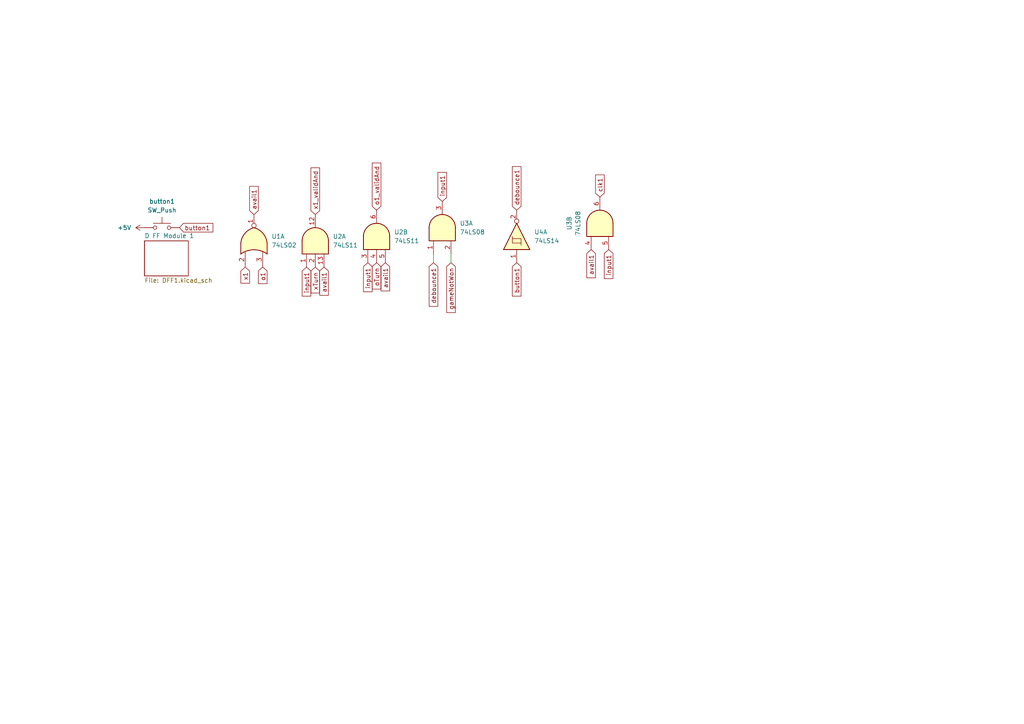
<source format=kicad_sch>
(kicad_sch
	(version 20250114)
	(generator "eeschema")
	(generator_version "9.0")
	(uuid "ecc926be-ca33-4adb-bca6-9f5bee590cbc")
	(paper "A4")
	(lib_symbols
		(symbol "74xx:74LS02"
			(pin_names
				(offset 1.016)
			)
			(exclude_from_sim no)
			(in_bom yes)
			(on_board yes)
			(property "Reference" "U"
				(at 0 1.27 0)
				(effects
					(font
						(size 1.27 1.27)
					)
				)
			)
			(property "Value" "74LS02"
				(at 0 -1.27 0)
				(effects
					(font
						(size 1.27 1.27)
					)
				)
			)
			(property "Footprint" ""
				(at 0 0 0)
				(effects
					(font
						(size 1.27 1.27)
					)
					(hide yes)
				)
			)
			(property "Datasheet" "http://www.ti.com/lit/gpn/sn74ls02"
				(at 0 0 0)
				(effects
					(font
						(size 1.27 1.27)
					)
					(hide yes)
				)
			)
			(property "Description" "quad 2-input NOR gate"
				(at 0 0 0)
				(effects
					(font
						(size 1.27 1.27)
					)
					(hide yes)
				)
			)
			(property "ki_locked" ""
				(at 0 0 0)
				(effects
					(font
						(size 1.27 1.27)
					)
				)
			)
			(property "ki_keywords" "TTL Nor2"
				(at 0 0 0)
				(effects
					(font
						(size 1.27 1.27)
					)
					(hide yes)
				)
			)
			(property "ki_fp_filters" "SO14* DIP*W7.62mm*"
				(at 0 0 0)
				(effects
					(font
						(size 1.27 1.27)
					)
					(hide yes)
				)
			)
			(symbol "74LS02_1_1"
				(arc
					(start -3.81 3.81)
					(mid -2.589 0)
					(end -3.81 -3.81)
					(stroke
						(width 0.254)
						(type default)
					)
					(fill
						(type none)
					)
				)
				(polyline
					(pts
						(xy -3.81 3.81) (xy -0.635 3.81)
					)
					(stroke
						(width 0.254)
						(type default)
					)
					(fill
						(type background)
					)
				)
				(polyline
					(pts
						(xy -3.81 -3.81) (xy -0.635 -3.81)
					)
					(stroke
						(width 0.254)
						(type default)
					)
					(fill
						(type background)
					)
				)
				(arc
					(start 3.81 0)
					(mid 2.1855 -2.584)
					(end -0.6096 -3.81)
					(stroke
						(width 0.254)
						(type default)
					)
					(fill
						(type background)
					)
				)
				(arc
					(start -0.6096 3.81)
					(mid 2.1928 2.5924)
					(end 3.81 0)
					(stroke
						(width 0.254)
						(type default)
					)
					(fill
						(type background)
					)
				)
				(polyline
					(pts
						(xy -0.635 3.81) (xy -3.81 3.81) (xy -3.81 3.81) (xy -3.556 3.4036) (xy -3.0226 2.2606) (xy -2.6924 1.0414)
						(xy -2.6162 -0.254) (xy -2.7686 -1.4986) (xy -3.175 -2.7178) (xy -3.81 -3.81) (xy -3.81 -3.81)
						(xy -0.635 -3.81)
					)
					(stroke
						(width -25.4)
						(type default)
					)
					(fill
						(type background)
					)
				)
				(pin input line
					(at -7.62 2.54 0)
					(length 4.318)
					(name "~"
						(effects
							(font
								(size 1.27 1.27)
							)
						)
					)
					(number "2"
						(effects
							(font
								(size 1.27 1.27)
							)
						)
					)
				)
				(pin input line
					(at -7.62 -2.54 0)
					(length 4.318)
					(name "~"
						(effects
							(font
								(size 1.27 1.27)
							)
						)
					)
					(number "3"
						(effects
							(font
								(size 1.27 1.27)
							)
						)
					)
				)
				(pin output inverted
					(at 7.62 0 180)
					(length 3.81)
					(name "~"
						(effects
							(font
								(size 1.27 1.27)
							)
						)
					)
					(number "1"
						(effects
							(font
								(size 1.27 1.27)
							)
						)
					)
				)
			)
			(symbol "74LS02_1_2"
				(arc
					(start 0 3.81)
					(mid 3.7934 0)
					(end 0 -3.81)
					(stroke
						(width 0.254)
						(type default)
					)
					(fill
						(type background)
					)
				)
				(polyline
					(pts
						(xy 0 3.81) (xy -3.81 3.81) (xy -3.81 -3.81) (xy 0 -3.81)
					)
					(stroke
						(width 0.254)
						(type default)
					)
					(fill
						(type background)
					)
				)
				(pin input inverted
					(at -7.62 2.54 0)
					(length 3.81)
					(name "~"
						(effects
							(font
								(size 1.27 1.27)
							)
						)
					)
					(number "2"
						(effects
							(font
								(size 1.27 1.27)
							)
						)
					)
				)
				(pin input inverted
					(at -7.62 -2.54 0)
					(length 3.81)
					(name "~"
						(effects
							(font
								(size 1.27 1.27)
							)
						)
					)
					(number "3"
						(effects
							(font
								(size 1.27 1.27)
							)
						)
					)
				)
				(pin output line
					(at 7.62 0 180)
					(length 3.81)
					(name "~"
						(effects
							(font
								(size 1.27 1.27)
							)
						)
					)
					(number "1"
						(effects
							(font
								(size 1.27 1.27)
							)
						)
					)
				)
			)
			(symbol "74LS02_2_1"
				(arc
					(start -3.81 3.81)
					(mid -2.589 0)
					(end -3.81 -3.81)
					(stroke
						(width 0.254)
						(type default)
					)
					(fill
						(type none)
					)
				)
				(polyline
					(pts
						(xy -3.81 3.81) (xy -0.635 3.81)
					)
					(stroke
						(width 0.254)
						(type default)
					)
					(fill
						(type background)
					)
				)
				(polyline
					(pts
						(xy -3.81 -3.81) (xy -0.635 -3.81)
					)
					(stroke
						(width 0.254)
						(type default)
					)
					(fill
						(type background)
					)
				)
				(arc
					(start 3.81 0)
					(mid 2.1855 -2.584)
					(end -0.6096 -3.81)
					(stroke
						(width 0.254)
						(type default)
					)
					(fill
						(type background)
					)
				)
				(arc
					(start -0.6096 3.81)
					(mid 2.1928 2.5924)
					(end 3.81 0)
					(stroke
						(width 0.254)
						(type default)
					)
					(fill
						(type background)
					)
				)
				(polyline
					(pts
						(xy -0.635 3.81) (xy -3.81 3.81) (xy -3.81 3.81) (xy -3.556 3.4036) (xy -3.0226 2.2606) (xy -2.6924 1.0414)
						(xy -2.6162 -0.254) (xy -2.7686 -1.4986) (xy -3.175 -2.7178) (xy -3.81 -3.81) (xy -3.81 -3.81)
						(xy -0.635 -3.81)
					)
					(stroke
						(width -25.4)
						(type default)
					)
					(fill
						(type background)
					)
				)
				(pin input line
					(at -7.62 2.54 0)
					(length 4.318)
					(name "~"
						(effects
							(font
								(size 1.27 1.27)
							)
						)
					)
					(number "5"
						(effects
							(font
								(size 1.27 1.27)
							)
						)
					)
				)
				(pin input line
					(at -7.62 -2.54 0)
					(length 4.318)
					(name "~"
						(effects
							(font
								(size 1.27 1.27)
							)
						)
					)
					(number "6"
						(effects
							(font
								(size 1.27 1.27)
							)
						)
					)
				)
				(pin output inverted
					(at 7.62 0 180)
					(length 3.81)
					(name "~"
						(effects
							(font
								(size 1.27 1.27)
							)
						)
					)
					(number "4"
						(effects
							(font
								(size 1.27 1.27)
							)
						)
					)
				)
			)
			(symbol "74LS02_2_2"
				(arc
					(start 0 3.81)
					(mid 3.7934 0)
					(end 0 -3.81)
					(stroke
						(width 0.254)
						(type default)
					)
					(fill
						(type background)
					)
				)
				(polyline
					(pts
						(xy 0 3.81) (xy -3.81 3.81) (xy -3.81 -3.81) (xy 0 -3.81)
					)
					(stroke
						(width 0.254)
						(type default)
					)
					(fill
						(type background)
					)
				)
				(pin input inverted
					(at -7.62 2.54 0)
					(length 3.81)
					(name "~"
						(effects
							(font
								(size 1.27 1.27)
							)
						)
					)
					(number "5"
						(effects
							(font
								(size 1.27 1.27)
							)
						)
					)
				)
				(pin input inverted
					(at -7.62 -2.54 0)
					(length 3.81)
					(name "~"
						(effects
							(font
								(size 1.27 1.27)
							)
						)
					)
					(number "6"
						(effects
							(font
								(size 1.27 1.27)
							)
						)
					)
				)
				(pin output line
					(at 7.62 0 180)
					(length 3.81)
					(name "~"
						(effects
							(font
								(size 1.27 1.27)
							)
						)
					)
					(number "4"
						(effects
							(font
								(size 1.27 1.27)
							)
						)
					)
				)
			)
			(symbol "74LS02_3_1"
				(arc
					(start -3.81 3.81)
					(mid -2.589 0)
					(end -3.81 -3.81)
					(stroke
						(width 0.254)
						(type default)
					)
					(fill
						(type none)
					)
				)
				(polyline
					(pts
						(xy -3.81 3.81) (xy -0.635 3.81)
					)
					(stroke
						(width 0.254)
						(type default)
					)
					(fill
						(type background)
					)
				)
				(polyline
					(pts
						(xy -3.81 -3.81) (xy -0.635 -3.81)
					)
					(stroke
						(width 0.254)
						(type default)
					)
					(fill
						(type background)
					)
				)
				(arc
					(start 3.81 0)
					(mid 2.1855 -2.584)
					(end -0.6096 -3.81)
					(stroke
						(width 0.254)
						(type default)
					)
					(fill
						(type background)
					)
				)
				(arc
					(start -0.6096 3.81)
					(mid 2.1928 2.5924)
					(end 3.81 0)
					(stroke
						(width 0.254)
						(type default)
					)
					(fill
						(type background)
					)
				)
				(polyline
					(pts
						(xy -0.635 3.81) (xy -3.81 3.81) (xy -3.81 3.81) (xy -3.556 3.4036) (xy -3.0226 2.2606) (xy -2.6924 1.0414)
						(xy -2.6162 -0.254) (xy -2.7686 -1.4986) (xy -3.175 -2.7178) (xy -3.81 -3.81) (xy -3.81 -3.81)
						(xy -0.635 -3.81)
					)
					(stroke
						(width -25.4)
						(type default)
					)
					(fill
						(type background)
					)
				)
				(pin input line
					(at -7.62 2.54 0)
					(length 4.318)
					(name "~"
						(effects
							(font
								(size 1.27 1.27)
							)
						)
					)
					(number "8"
						(effects
							(font
								(size 1.27 1.27)
							)
						)
					)
				)
				(pin input line
					(at -7.62 -2.54 0)
					(length 4.318)
					(name "~"
						(effects
							(font
								(size 1.27 1.27)
							)
						)
					)
					(number "9"
						(effects
							(font
								(size 1.27 1.27)
							)
						)
					)
				)
				(pin output inverted
					(at 7.62 0 180)
					(length 3.81)
					(name "~"
						(effects
							(font
								(size 1.27 1.27)
							)
						)
					)
					(number "10"
						(effects
							(font
								(size 1.27 1.27)
							)
						)
					)
				)
			)
			(symbol "74LS02_3_2"
				(arc
					(start 0 3.81)
					(mid 3.7934 0)
					(end 0 -3.81)
					(stroke
						(width 0.254)
						(type default)
					)
					(fill
						(type background)
					)
				)
				(polyline
					(pts
						(xy 0 3.81) (xy -3.81 3.81) (xy -3.81 -3.81) (xy 0 -3.81)
					)
					(stroke
						(width 0.254)
						(type default)
					)
					(fill
						(type background)
					)
				)
				(pin input inverted
					(at -7.62 2.54 0)
					(length 3.81)
					(name "~"
						(effects
							(font
								(size 1.27 1.27)
							)
						)
					)
					(number "8"
						(effects
							(font
								(size 1.27 1.27)
							)
						)
					)
				)
				(pin input inverted
					(at -7.62 -2.54 0)
					(length 3.81)
					(name "~"
						(effects
							(font
								(size 1.27 1.27)
							)
						)
					)
					(number "9"
						(effects
							(font
								(size 1.27 1.27)
							)
						)
					)
				)
				(pin output line
					(at 7.62 0 180)
					(length 3.81)
					(name "~"
						(effects
							(font
								(size 1.27 1.27)
							)
						)
					)
					(number "10"
						(effects
							(font
								(size 1.27 1.27)
							)
						)
					)
				)
			)
			(symbol "74LS02_4_1"
				(arc
					(start -3.81 3.81)
					(mid -2.589 0)
					(end -3.81 -3.81)
					(stroke
						(width 0.254)
						(type default)
					)
					(fill
						(type none)
					)
				)
				(polyline
					(pts
						(xy -3.81 3.81) (xy -0.635 3.81)
					)
					(stroke
						(width 0.254)
						(type default)
					)
					(fill
						(type background)
					)
				)
				(polyline
					(pts
						(xy -3.81 -3.81) (xy -0.635 -3.81)
					)
					(stroke
						(width 0.254)
						(type default)
					)
					(fill
						(type background)
					)
				)
				(arc
					(start 3.81 0)
					(mid 2.1855 -2.584)
					(end -0.6096 -3.81)
					(stroke
						(width 0.254)
						(type default)
					)
					(fill
						(type background)
					)
				)
				(arc
					(start -0.6096 3.81)
					(mid 2.1928 2.5924)
					(end 3.81 0)
					(stroke
						(width 0.254)
						(type default)
					)
					(fill
						(type background)
					)
				)
				(polyline
					(pts
						(xy -0.635 3.81) (xy -3.81 3.81) (xy -3.81 3.81) (xy -3.556 3.4036) (xy -3.0226 2.2606) (xy -2.6924 1.0414)
						(xy -2.6162 -0.254) (xy -2.7686 -1.4986) (xy -3.175 -2.7178) (xy -3.81 -3.81) (xy -3.81 -3.81)
						(xy -0.635 -3.81)
					)
					(stroke
						(width -25.4)
						(type default)
					)
					(fill
						(type background)
					)
				)
				(pin input line
					(at -7.62 2.54 0)
					(length 4.318)
					(name "~"
						(effects
							(font
								(size 1.27 1.27)
							)
						)
					)
					(number "11"
						(effects
							(font
								(size 1.27 1.27)
							)
						)
					)
				)
				(pin input line
					(at -7.62 -2.54 0)
					(length 4.318)
					(name "~"
						(effects
							(font
								(size 1.27 1.27)
							)
						)
					)
					(number "12"
						(effects
							(font
								(size 1.27 1.27)
							)
						)
					)
				)
				(pin output inverted
					(at 7.62 0 180)
					(length 3.81)
					(name "~"
						(effects
							(font
								(size 1.27 1.27)
							)
						)
					)
					(number "13"
						(effects
							(font
								(size 1.27 1.27)
							)
						)
					)
				)
			)
			(symbol "74LS02_4_2"
				(arc
					(start 0 3.81)
					(mid 3.7934 0)
					(end 0 -3.81)
					(stroke
						(width 0.254)
						(type default)
					)
					(fill
						(type background)
					)
				)
				(polyline
					(pts
						(xy 0 3.81) (xy -3.81 3.81) (xy -3.81 -3.81) (xy 0 -3.81)
					)
					(stroke
						(width 0.254)
						(type default)
					)
					(fill
						(type background)
					)
				)
				(pin input inverted
					(at -7.62 2.54 0)
					(length 3.81)
					(name "~"
						(effects
							(font
								(size 1.27 1.27)
							)
						)
					)
					(number "11"
						(effects
							(font
								(size 1.27 1.27)
							)
						)
					)
				)
				(pin input inverted
					(at -7.62 -2.54 0)
					(length 3.81)
					(name "~"
						(effects
							(font
								(size 1.27 1.27)
							)
						)
					)
					(number "12"
						(effects
							(font
								(size 1.27 1.27)
							)
						)
					)
				)
				(pin output line
					(at 7.62 0 180)
					(length 3.81)
					(name "~"
						(effects
							(font
								(size 1.27 1.27)
							)
						)
					)
					(number "13"
						(effects
							(font
								(size 1.27 1.27)
							)
						)
					)
				)
			)
			(symbol "74LS02_5_0"
				(pin power_in line
					(at 0 12.7 270)
					(length 5.08)
					(name "VCC"
						(effects
							(font
								(size 1.27 1.27)
							)
						)
					)
					(number "14"
						(effects
							(font
								(size 1.27 1.27)
							)
						)
					)
				)
				(pin power_in line
					(at 0 -12.7 90)
					(length 5.08)
					(name "GND"
						(effects
							(font
								(size 1.27 1.27)
							)
						)
					)
					(number "7"
						(effects
							(font
								(size 1.27 1.27)
							)
						)
					)
				)
			)
			(symbol "74LS02_5_1"
				(rectangle
					(start -5.08 7.62)
					(end 5.08 -7.62)
					(stroke
						(width 0.254)
						(type default)
					)
					(fill
						(type background)
					)
				)
			)
			(embedded_fonts no)
		)
		(symbol "74xx:74LS08"
			(pin_names
				(offset 1.016)
			)
			(exclude_from_sim no)
			(in_bom yes)
			(on_board yes)
			(property "Reference" "U"
				(at 0 1.27 0)
				(effects
					(font
						(size 1.27 1.27)
					)
				)
			)
			(property "Value" "74LS08"
				(at 0 -1.27 0)
				(effects
					(font
						(size 1.27 1.27)
					)
				)
			)
			(property "Footprint" ""
				(at 0 0 0)
				(effects
					(font
						(size 1.27 1.27)
					)
					(hide yes)
				)
			)
			(property "Datasheet" "http://www.ti.com/lit/gpn/sn74LS08"
				(at 0 0 0)
				(effects
					(font
						(size 1.27 1.27)
					)
					(hide yes)
				)
			)
			(property "Description" "Quad And2"
				(at 0 0 0)
				(effects
					(font
						(size 1.27 1.27)
					)
					(hide yes)
				)
			)
			(property "ki_locked" ""
				(at 0 0 0)
				(effects
					(font
						(size 1.27 1.27)
					)
				)
			)
			(property "ki_keywords" "TTL and2"
				(at 0 0 0)
				(effects
					(font
						(size 1.27 1.27)
					)
					(hide yes)
				)
			)
			(property "ki_fp_filters" "DIP*W7.62mm*"
				(at 0 0 0)
				(effects
					(font
						(size 1.27 1.27)
					)
					(hide yes)
				)
			)
			(symbol "74LS08_1_1"
				(arc
					(start 0 3.81)
					(mid 3.7934 0)
					(end 0 -3.81)
					(stroke
						(width 0.254)
						(type default)
					)
					(fill
						(type background)
					)
				)
				(polyline
					(pts
						(xy 0 3.81) (xy -3.81 3.81) (xy -3.81 -3.81) (xy 0 -3.81)
					)
					(stroke
						(width 0.254)
						(type default)
					)
					(fill
						(type background)
					)
				)
				(pin input line
					(at -7.62 2.54 0)
					(length 3.81)
					(name "~"
						(effects
							(font
								(size 1.27 1.27)
							)
						)
					)
					(number "1"
						(effects
							(font
								(size 1.27 1.27)
							)
						)
					)
				)
				(pin input line
					(at -7.62 -2.54 0)
					(length 3.81)
					(name "~"
						(effects
							(font
								(size 1.27 1.27)
							)
						)
					)
					(number "2"
						(effects
							(font
								(size 1.27 1.27)
							)
						)
					)
				)
				(pin output line
					(at 7.62 0 180)
					(length 3.81)
					(name "~"
						(effects
							(font
								(size 1.27 1.27)
							)
						)
					)
					(number "3"
						(effects
							(font
								(size 1.27 1.27)
							)
						)
					)
				)
			)
			(symbol "74LS08_1_2"
				(arc
					(start -3.81 3.81)
					(mid -2.589 0)
					(end -3.81 -3.81)
					(stroke
						(width 0.254)
						(type default)
					)
					(fill
						(type none)
					)
				)
				(polyline
					(pts
						(xy -3.81 3.81) (xy -0.635 3.81)
					)
					(stroke
						(width 0.254)
						(type default)
					)
					(fill
						(type background)
					)
				)
				(polyline
					(pts
						(xy -3.81 -3.81) (xy -0.635 -3.81)
					)
					(stroke
						(width 0.254)
						(type default)
					)
					(fill
						(type background)
					)
				)
				(arc
					(start 3.81 0)
					(mid 2.1855 -2.584)
					(end -0.6096 -3.81)
					(stroke
						(width 0.254)
						(type default)
					)
					(fill
						(type background)
					)
				)
				(arc
					(start -0.6096 3.81)
					(mid 2.1928 2.5924)
					(end 3.81 0)
					(stroke
						(width 0.254)
						(type default)
					)
					(fill
						(type background)
					)
				)
				(polyline
					(pts
						(xy -0.635 3.81) (xy -3.81 3.81) (xy -3.81 3.81) (xy -3.556 3.4036) (xy -3.0226 2.2606) (xy -2.6924 1.0414)
						(xy -2.6162 -0.254) (xy -2.7686 -1.4986) (xy -3.175 -2.7178) (xy -3.81 -3.81) (xy -3.81 -3.81)
						(xy -0.635 -3.81)
					)
					(stroke
						(width -25.4)
						(type default)
					)
					(fill
						(type background)
					)
				)
				(pin input inverted
					(at -7.62 2.54 0)
					(length 4.318)
					(name "~"
						(effects
							(font
								(size 1.27 1.27)
							)
						)
					)
					(number "1"
						(effects
							(font
								(size 1.27 1.27)
							)
						)
					)
				)
				(pin input inverted
					(at -7.62 -2.54 0)
					(length 4.318)
					(name "~"
						(effects
							(font
								(size 1.27 1.27)
							)
						)
					)
					(number "2"
						(effects
							(font
								(size 1.27 1.27)
							)
						)
					)
				)
				(pin output inverted
					(at 7.62 0 180)
					(length 3.81)
					(name "~"
						(effects
							(font
								(size 1.27 1.27)
							)
						)
					)
					(number "3"
						(effects
							(font
								(size 1.27 1.27)
							)
						)
					)
				)
			)
			(symbol "74LS08_2_1"
				(arc
					(start 0 3.81)
					(mid 3.7934 0)
					(end 0 -3.81)
					(stroke
						(width 0.254)
						(type default)
					)
					(fill
						(type background)
					)
				)
				(polyline
					(pts
						(xy 0 3.81) (xy -3.81 3.81) (xy -3.81 -3.81) (xy 0 -3.81)
					)
					(stroke
						(width 0.254)
						(type default)
					)
					(fill
						(type background)
					)
				)
				(pin input line
					(at -7.62 2.54 0)
					(length 3.81)
					(name "~"
						(effects
							(font
								(size 1.27 1.27)
							)
						)
					)
					(number "4"
						(effects
							(font
								(size 1.27 1.27)
							)
						)
					)
				)
				(pin input line
					(at -7.62 -2.54 0)
					(length 3.81)
					(name "~"
						(effects
							(font
								(size 1.27 1.27)
							)
						)
					)
					(number "5"
						(effects
							(font
								(size 1.27 1.27)
							)
						)
					)
				)
				(pin output line
					(at 7.62 0 180)
					(length 3.81)
					(name "~"
						(effects
							(font
								(size 1.27 1.27)
							)
						)
					)
					(number "6"
						(effects
							(font
								(size 1.27 1.27)
							)
						)
					)
				)
			)
			(symbol "74LS08_2_2"
				(arc
					(start -3.81 3.81)
					(mid -2.589 0)
					(end -3.81 -3.81)
					(stroke
						(width 0.254)
						(type default)
					)
					(fill
						(type none)
					)
				)
				(polyline
					(pts
						(xy -3.81 3.81) (xy -0.635 3.81)
					)
					(stroke
						(width 0.254)
						(type default)
					)
					(fill
						(type background)
					)
				)
				(polyline
					(pts
						(xy -3.81 -3.81) (xy -0.635 -3.81)
					)
					(stroke
						(width 0.254)
						(type default)
					)
					(fill
						(type background)
					)
				)
				(arc
					(start 3.81 0)
					(mid 2.1855 -2.584)
					(end -0.6096 -3.81)
					(stroke
						(width 0.254)
						(type default)
					)
					(fill
						(type background)
					)
				)
				(arc
					(start -0.6096 3.81)
					(mid 2.1928 2.5924)
					(end 3.81 0)
					(stroke
						(width 0.254)
						(type default)
					)
					(fill
						(type background)
					)
				)
				(polyline
					(pts
						(xy -0.635 3.81) (xy -3.81 3.81) (xy -3.81 3.81) (xy -3.556 3.4036) (xy -3.0226 2.2606) (xy -2.6924 1.0414)
						(xy -2.6162 -0.254) (xy -2.7686 -1.4986) (xy -3.175 -2.7178) (xy -3.81 -3.81) (xy -3.81 -3.81)
						(xy -0.635 -3.81)
					)
					(stroke
						(width -25.4)
						(type default)
					)
					(fill
						(type background)
					)
				)
				(pin input inverted
					(at -7.62 2.54 0)
					(length 4.318)
					(name "~"
						(effects
							(font
								(size 1.27 1.27)
							)
						)
					)
					(number "4"
						(effects
							(font
								(size 1.27 1.27)
							)
						)
					)
				)
				(pin input inverted
					(at -7.62 -2.54 0)
					(length 4.318)
					(name "~"
						(effects
							(font
								(size 1.27 1.27)
							)
						)
					)
					(number "5"
						(effects
							(font
								(size 1.27 1.27)
							)
						)
					)
				)
				(pin output inverted
					(at 7.62 0 180)
					(length 3.81)
					(name "~"
						(effects
							(font
								(size 1.27 1.27)
							)
						)
					)
					(number "6"
						(effects
							(font
								(size 1.27 1.27)
							)
						)
					)
				)
			)
			(symbol "74LS08_3_1"
				(arc
					(start 0 3.81)
					(mid 3.7934 0)
					(end 0 -3.81)
					(stroke
						(width 0.254)
						(type default)
					)
					(fill
						(type background)
					)
				)
				(polyline
					(pts
						(xy 0 3.81) (xy -3.81 3.81) (xy -3.81 -3.81) (xy 0 -3.81)
					)
					(stroke
						(width 0.254)
						(type default)
					)
					(fill
						(type background)
					)
				)
				(pin input line
					(at -7.62 2.54 0)
					(length 3.81)
					(name "~"
						(effects
							(font
								(size 1.27 1.27)
							)
						)
					)
					(number "9"
						(effects
							(font
								(size 1.27 1.27)
							)
						)
					)
				)
				(pin input line
					(at -7.62 -2.54 0)
					(length 3.81)
					(name "~"
						(effects
							(font
								(size 1.27 1.27)
							)
						)
					)
					(number "10"
						(effects
							(font
								(size 1.27 1.27)
							)
						)
					)
				)
				(pin output line
					(at 7.62 0 180)
					(length 3.81)
					(name "~"
						(effects
							(font
								(size 1.27 1.27)
							)
						)
					)
					(number "8"
						(effects
							(font
								(size 1.27 1.27)
							)
						)
					)
				)
			)
			(symbol "74LS08_3_2"
				(arc
					(start -3.81 3.81)
					(mid -2.589 0)
					(end -3.81 -3.81)
					(stroke
						(width 0.254)
						(type default)
					)
					(fill
						(type none)
					)
				)
				(polyline
					(pts
						(xy -3.81 3.81) (xy -0.635 3.81)
					)
					(stroke
						(width 0.254)
						(type default)
					)
					(fill
						(type background)
					)
				)
				(polyline
					(pts
						(xy -3.81 -3.81) (xy -0.635 -3.81)
					)
					(stroke
						(width 0.254)
						(type default)
					)
					(fill
						(type background)
					)
				)
				(arc
					(start 3.81 0)
					(mid 2.1855 -2.584)
					(end -0.6096 -3.81)
					(stroke
						(width 0.254)
						(type default)
					)
					(fill
						(type background)
					)
				)
				(arc
					(start -0.6096 3.81)
					(mid 2.1928 2.5924)
					(end 3.81 0)
					(stroke
						(width 0.254)
						(type default)
					)
					(fill
						(type background)
					)
				)
				(polyline
					(pts
						(xy -0.635 3.81) (xy -3.81 3.81) (xy -3.81 3.81) (xy -3.556 3.4036) (xy -3.0226 2.2606) (xy -2.6924 1.0414)
						(xy -2.6162 -0.254) (xy -2.7686 -1.4986) (xy -3.175 -2.7178) (xy -3.81 -3.81) (xy -3.81 -3.81)
						(xy -0.635 -3.81)
					)
					(stroke
						(width -25.4)
						(type default)
					)
					(fill
						(type background)
					)
				)
				(pin input inverted
					(at -7.62 2.54 0)
					(length 4.318)
					(name "~"
						(effects
							(font
								(size 1.27 1.27)
							)
						)
					)
					(number "9"
						(effects
							(font
								(size 1.27 1.27)
							)
						)
					)
				)
				(pin input inverted
					(at -7.62 -2.54 0)
					(length 4.318)
					(name "~"
						(effects
							(font
								(size 1.27 1.27)
							)
						)
					)
					(number "10"
						(effects
							(font
								(size 1.27 1.27)
							)
						)
					)
				)
				(pin output inverted
					(at 7.62 0 180)
					(length 3.81)
					(name "~"
						(effects
							(font
								(size 1.27 1.27)
							)
						)
					)
					(number "8"
						(effects
							(font
								(size 1.27 1.27)
							)
						)
					)
				)
			)
			(symbol "74LS08_4_1"
				(arc
					(start 0 3.81)
					(mid 3.7934 0)
					(end 0 -3.81)
					(stroke
						(width 0.254)
						(type default)
					)
					(fill
						(type background)
					)
				)
				(polyline
					(pts
						(xy 0 3.81) (xy -3.81 3.81) (xy -3.81 -3.81) (xy 0 -3.81)
					)
					(stroke
						(width 0.254)
						(type default)
					)
					(fill
						(type background)
					)
				)
				(pin input line
					(at -7.62 2.54 0)
					(length 3.81)
					(name "~"
						(effects
							(font
								(size 1.27 1.27)
							)
						)
					)
					(number "12"
						(effects
							(font
								(size 1.27 1.27)
							)
						)
					)
				)
				(pin input line
					(at -7.62 -2.54 0)
					(length 3.81)
					(name "~"
						(effects
							(font
								(size 1.27 1.27)
							)
						)
					)
					(number "13"
						(effects
							(font
								(size 1.27 1.27)
							)
						)
					)
				)
				(pin output line
					(at 7.62 0 180)
					(length 3.81)
					(name "~"
						(effects
							(font
								(size 1.27 1.27)
							)
						)
					)
					(number "11"
						(effects
							(font
								(size 1.27 1.27)
							)
						)
					)
				)
			)
			(symbol "74LS08_4_2"
				(arc
					(start -3.81 3.81)
					(mid -2.589 0)
					(end -3.81 -3.81)
					(stroke
						(width 0.254)
						(type default)
					)
					(fill
						(type none)
					)
				)
				(polyline
					(pts
						(xy -3.81 3.81) (xy -0.635 3.81)
					)
					(stroke
						(width 0.254)
						(type default)
					)
					(fill
						(type background)
					)
				)
				(polyline
					(pts
						(xy -3.81 -3.81) (xy -0.635 -3.81)
					)
					(stroke
						(width 0.254)
						(type default)
					)
					(fill
						(type background)
					)
				)
				(arc
					(start 3.81 0)
					(mid 2.1855 -2.584)
					(end -0.6096 -3.81)
					(stroke
						(width 0.254)
						(type default)
					)
					(fill
						(type background)
					)
				)
				(arc
					(start -0.6096 3.81)
					(mid 2.1928 2.5924)
					(end 3.81 0)
					(stroke
						(width 0.254)
						(type default)
					)
					(fill
						(type background)
					)
				)
				(polyline
					(pts
						(xy -0.635 3.81) (xy -3.81 3.81) (xy -3.81 3.81) (xy -3.556 3.4036) (xy -3.0226 2.2606) (xy -2.6924 1.0414)
						(xy -2.6162 -0.254) (xy -2.7686 -1.4986) (xy -3.175 -2.7178) (xy -3.81 -3.81) (xy -3.81 -3.81)
						(xy -0.635 -3.81)
					)
					(stroke
						(width -25.4)
						(type default)
					)
					(fill
						(type background)
					)
				)
				(pin input inverted
					(at -7.62 2.54 0)
					(length 4.318)
					(name "~"
						(effects
							(font
								(size 1.27 1.27)
							)
						)
					)
					(number "12"
						(effects
							(font
								(size 1.27 1.27)
							)
						)
					)
				)
				(pin input inverted
					(at -7.62 -2.54 0)
					(length 4.318)
					(name "~"
						(effects
							(font
								(size 1.27 1.27)
							)
						)
					)
					(number "13"
						(effects
							(font
								(size 1.27 1.27)
							)
						)
					)
				)
				(pin output inverted
					(at 7.62 0 180)
					(length 3.81)
					(name "~"
						(effects
							(font
								(size 1.27 1.27)
							)
						)
					)
					(number "11"
						(effects
							(font
								(size 1.27 1.27)
							)
						)
					)
				)
			)
			(symbol "74LS08_5_0"
				(pin power_in line
					(at 0 12.7 270)
					(length 5.08)
					(name "VCC"
						(effects
							(font
								(size 1.27 1.27)
							)
						)
					)
					(number "14"
						(effects
							(font
								(size 1.27 1.27)
							)
						)
					)
				)
				(pin power_in line
					(at 0 -12.7 90)
					(length 5.08)
					(name "GND"
						(effects
							(font
								(size 1.27 1.27)
							)
						)
					)
					(number "7"
						(effects
							(font
								(size 1.27 1.27)
							)
						)
					)
				)
			)
			(symbol "74LS08_5_1"
				(rectangle
					(start -5.08 7.62)
					(end 5.08 -7.62)
					(stroke
						(width 0.254)
						(type default)
					)
					(fill
						(type background)
					)
				)
			)
			(embedded_fonts no)
		)
		(symbol "74xx:74LS11"
			(pin_names
				(offset 1.016)
			)
			(exclude_from_sim no)
			(in_bom yes)
			(on_board yes)
			(property "Reference" "U"
				(at 0 1.27 0)
				(effects
					(font
						(size 1.27 1.27)
					)
				)
			)
			(property "Value" "74LS11"
				(at 0 -1.27 0)
				(effects
					(font
						(size 1.27 1.27)
					)
				)
			)
			(property "Footprint" ""
				(at 0 0 0)
				(effects
					(font
						(size 1.27 1.27)
					)
					(hide yes)
				)
			)
			(property "Datasheet" "http://www.ti.com/lit/gpn/sn74LS11"
				(at 0 0 0)
				(effects
					(font
						(size 1.27 1.27)
					)
					(hide yes)
				)
			)
			(property "Description" "Triple 3-input AND"
				(at 0 0 0)
				(effects
					(font
						(size 1.27 1.27)
					)
					(hide yes)
				)
			)
			(property "ki_locked" ""
				(at 0 0 0)
				(effects
					(font
						(size 1.27 1.27)
					)
				)
			)
			(property "ki_keywords" "TTL And3"
				(at 0 0 0)
				(effects
					(font
						(size 1.27 1.27)
					)
					(hide yes)
				)
			)
			(property "ki_fp_filters" "DIP*W7.62mm*"
				(at 0 0 0)
				(effects
					(font
						(size 1.27 1.27)
					)
					(hide yes)
				)
			)
			(symbol "74LS11_1_1"
				(arc
					(start 0 3.81)
					(mid 3.7934 0)
					(end 0 -3.81)
					(stroke
						(width 0.254)
						(type default)
					)
					(fill
						(type background)
					)
				)
				(polyline
					(pts
						(xy 0 3.81) (xy -3.81 3.81) (xy -3.81 -3.81) (xy 0 -3.81)
					)
					(stroke
						(width 0.254)
						(type default)
					)
					(fill
						(type background)
					)
				)
				(pin input line
					(at -7.62 2.54 0)
					(length 3.81)
					(name "~"
						(effects
							(font
								(size 1.27 1.27)
							)
						)
					)
					(number "1"
						(effects
							(font
								(size 1.27 1.27)
							)
						)
					)
				)
				(pin input line
					(at -7.62 0 0)
					(length 3.81)
					(name "~"
						(effects
							(font
								(size 1.27 1.27)
							)
						)
					)
					(number "2"
						(effects
							(font
								(size 1.27 1.27)
							)
						)
					)
				)
				(pin input line
					(at -7.62 -2.54 0)
					(length 3.81)
					(name "~"
						(effects
							(font
								(size 1.27 1.27)
							)
						)
					)
					(number "13"
						(effects
							(font
								(size 1.27 1.27)
							)
						)
					)
				)
				(pin output line
					(at 7.62 0 180)
					(length 3.81)
					(name "~"
						(effects
							(font
								(size 1.27 1.27)
							)
						)
					)
					(number "12"
						(effects
							(font
								(size 1.27 1.27)
							)
						)
					)
				)
			)
			(symbol "74LS11_1_2"
				(arc
					(start -3.81 3.81)
					(mid -2.589 0)
					(end -3.81 -3.81)
					(stroke
						(width 0.254)
						(type default)
					)
					(fill
						(type none)
					)
				)
				(polyline
					(pts
						(xy -3.81 3.81) (xy -0.635 3.81)
					)
					(stroke
						(width 0.254)
						(type default)
					)
					(fill
						(type background)
					)
				)
				(polyline
					(pts
						(xy -3.81 -3.81) (xy -0.635 -3.81)
					)
					(stroke
						(width 0.254)
						(type default)
					)
					(fill
						(type background)
					)
				)
				(arc
					(start 3.81 0)
					(mid 2.1855 -2.584)
					(end -0.6096 -3.81)
					(stroke
						(width 0.254)
						(type default)
					)
					(fill
						(type background)
					)
				)
				(arc
					(start -0.6096 3.81)
					(mid 2.1928 2.5924)
					(end 3.81 0)
					(stroke
						(width 0.254)
						(type default)
					)
					(fill
						(type background)
					)
				)
				(polyline
					(pts
						(xy -0.635 3.81) (xy -3.81 3.81) (xy -3.81 3.81) (xy -3.556 3.4036) (xy -3.0226 2.2606) (xy -2.6924 1.0414)
						(xy -2.6162 -0.254) (xy -2.7686 -1.4986) (xy -3.175 -2.7178) (xy -3.81 -3.81) (xy -3.81 -3.81)
						(xy -0.635 -3.81)
					)
					(stroke
						(width -25.4)
						(type default)
					)
					(fill
						(type background)
					)
				)
				(pin input inverted
					(at -7.62 2.54 0)
					(length 4.318)
					(name "~"
						(effects
							(font
								(size 1.27 1.27)
							)
						)
					)
					(number "1"
						(effects
							(font
								(size 1.27 1.27)
							)
						)
					)
				)
				(pin input inverted
					(at -7.62 0 0)
					(length 4.953)
					(name "~"
						(effects
							(font
								(size 1.27 1.27)
							)
						)
					)
					(number "2"
						(effects
							(font
								(size 1.27 1.27)
							)
						)
					)
				)
				(pin input inverted
					(at -7.62 -2.54 0)
					(length 4.318)
					(name "~"
						(effects
							(font
								(size 1.27 1.27)
							)
						)
					)
					(number "13"
						(effects
							(font
								(size 1.27 1.27)
							)
						)
					)
				)
				(pin output inverted
					(at 7.62 0 180)
					(length 3.81)
					(name "~"
						(effects
							(font
								(size 1.27 1.27)
							)
						)
					)
					(number "12"
						(effects
							(font
								(size 1.27 1.27)
							)
						)
					)
				)
			)
			(symbol "74LS11_2_1"
				(arc
					(start 0 3.81)
					(mid 3.7934 0)
					(end 0 -3.81)
					(stroke
						(width 0.254)
						(type default)
					)
					(fill
						(type background)
					)
				)
				(polyline
					(pts
						(xy 0 3.81) (xy -3.81 3.81) (xy -3.81 -3.81) (xy 0 -3.81)
					)
					(stroke
						(width 0.254)
						(type default)
					)
					(fill
						(type background)
					)
				)
				(pin input line
					(at -7.62 2.54 0)
					(length 3.81)
					(name "~"
						(effects
							(font
								(size 1.27 1.27)
							)
						)
					)
					(number "3"
						(effects
							(font
								(size 1.27 1.27)
							)
						)
					)
				)
				(pin input line
					(at -7.62 0 0)
					(length 3.81)
					(name "~"
						(effects
							(font
								(size 1.27 1.27)
							)
						)
					)
					(number "4"
						(effects
							(font
								(size 1.27 1.27)
							)
						)
					)
				)
				(pin input line
					(at -7.62 -2.54 0)
					(length 3.81)
					(name "~"
						(effects
							(font
								(size 1.27 1.27)
							)
						)
					)
					(number "5"
						(effects
							(font
								(size 1.27 1.27)
							)
						)
					)
				)
				(pin output line
					(at 7.62 0 180)
					(length 3.81)
					(name "~"
						(effects
							(font
								(size 1.27 1.27)
							)
						)
					)
					(number "6"
						(effects
							(font
								(size 1.27 1.27)
							)
						)
					)
				)
			)
			(symbol "74LS11_2_2"
				(arc
					(start -3.81 3.81)
					(mid -2.589 0)
					(end -3.81 -3.81)
					(stroke
						(width 0.254)
						(type default)
					)
					(fill
						(type none)
					)
				)
				(polyline
					(pts
						(xy -3.81 3.81) (xy -0.635 3.81)
					)
					(stroke
						(width 0.254)
						(type default)
					)
					(fill
						(type background)
					)
				)
				(polyline
					(pts
						(xy -3.81 -3.81) (xy -0.635 -3.81)
					)
					(stroke
						(width 0.254)
						(type default)
					)
					(fill
						(type background)
					)
				)
				(arc
					(start 3.81 0)
					(mid 2.1855 -2.584)
					(end -0.6096 -3.81)
					(stroke
						(width 0.254)
						(type default)
					)
					(fill
						(type background)
					)
				)
				(arc
					(start -0.6096 3.81)
					(mid 2.1928 2.5924)
					(end 3.81 0)
					(stroke
						(width 0.254)
						(type default)
					)
					(fill
						(type background)
					)
				)
				(polyline
					(pts
						(xy -0.635 3.81) (xy -3.81 3.81) (xy -3.81 3.81) (xy -3.556 3.4036) (xy -3.0226 2.2606) (xy -2.6924 1.0414)
						(xy -2.6162 -0.254) (xy -2.7686 -1.4986) (xy -3.175 -2.7178) (xy -3.81 -3.81) (xy -3.81 -3.81)
						(xy -0.635 -3.81)
					)
					(stroke
						(width -25.4)
						(type default)
					)
					(fill
						(type background)
					)
				)
				(pin input inverted
					(at -7.62 2.54 0)
					(length 4.318)
					(name "~"
						(effects
							(font
								(size 1.27 1.27)
							)
						)
					)
					(number "3"
						(effects
							(font
								(size 1.27 1.27)
							)
						)
					)
				)
				(pin input inverted
					(at -7.62 0 0)
					(length 4.953)
					(name "~"
						(effects
							(font
								(size 1.27 1.27)
							)
						)
					)
					(number "4"
						(effects
							(font
								(size 1.27 1.27)
							)
						)
					)
				)
				(pin input inverted
					(at -7.62 -2.54 0)
					(length 4.318)
					(name "~"
						(effects
							(font
								(size 1.27 1.27)
							)
						)
					)
					(number "5"
						(effects
							(font
								(size 1.27 1.27)
							)
						)
					)
				)
				(pin output inverted
					(at 7.62 0 180)
					(length 3.81)
					(name "~"
						(effects
							(font
								(size 1.27 1.27)
							)
						)
					)
					(number "6"
						(effects
							(font
								(size 1.27 1.27)
							)
						)
					)
				)
			)
			(symbol "74LS11_3_1"
				(arc
					(start 0 3.81)
					(mid 3.7934 0)
					(end 0 -3.81)
					(stroke
						(width 0.254)
						(type default)
					)
					(fill
						(type background)
					)
				)
				(polyline
					(pts
						(xy 0 3.81) (xy -3.81 3.81) (xy -3.81 -3.81) (xy 0 -3.81)
					)
					(stroke
						(width 0.254)
						(type default)
					)
					(fill
						(type background)
					)
				)
				(pin input line
					(at -7.62 2.54 0)
					(length 3.81)
					(name "~"
						(effects
							(font
								(size 1.27 1.27)
							)
						)
					)
					(number "9"
						(effects
							(font
								(size 1.27 1.27)
							)
						)
					)
				)
				(pin input line
					(at -7.62 0 0)
					(length 3.81)
					(name "~"
						(effects
							(font
								(size 1.27 1.27)
							)
						)
					)
					(number "10"
						(effects
							(font
								(size 1.27 1.27)
							)
						)
					)
				)
				(pin input line
					(at -7.62 -2.54 0)
					(length 3.81)
					(name "~"
						(effects
							(font
								(size 1.27 1.27)
							)
						)
					)
					(number "11"
						(effects
							(font
								(size 1.27 1.27)
							)
						)
					)
				)
				(pin output line
					(at 7.62 0 180)
					(length 3.81)
					(name "~"
						(effects
							(font
								(size 1.27 1.27)
							)
						)
					)
					(number "8"
						(effects
							(font
								(size 1.27 1.27)
							)
						)
					)
				)
			)
			(symbol "74LS11_3_2"
				(arc
					(start -3.81 3.81)
					(mid -2.589 0)
					(end -3.81 -3.81)
					(stroke
						(width 0.254)
						(type default)
					)
					(fill
						(type none)
					)
				)
				(polyline
					(pts
						(xy -3.81 3.81) (xy -0.635 3.81)
					)
					(stroke
						(width 0.254)
						(type default)
					)
					(fill
						(type background)
					)
				)
				(polyline
					(pts
						(xy -3.81 -3.81) (xy -0.635 -3.81)
					)
					(stroke
						(width 0.254)
						(type default)
					)
					(fill
						(type background)
					)
				)
				(arc
					(start 3.81 0)
					(mid 2.1855 -2.584)
					(end -0.6096 -3.81)
					(stroke
						(width 0.254)
						(type default)
					)
					(fill
						(type background)
					)
				)
				(arc
					(start -0.6096 3.81)
					(mid 2.1928 2.5924)
					(end 3.81 0)
					(stroke
						(width 0.254)
						(type default)
					)
					(fill
						(type background)
					)
				)
				(polyline
					(pts
						(xy -0.635 3.81) (xy -3.81 3.81) (xy -3.81 3.81) (xy -3.556 3.4036) (xy -3.0226 2.2606) (xy -2.6924 1.0414)
						(xy -2.6162 -0.254) (xy -2.7686 -1.4986) (xy -3.175 -2.7178) (xy -3.81 -3.81) (xy -3.81 -3.81)
						(xy -0.635 -3.81)
					)
					(stroke
						(width -25.4)
						(type default)
					)
					(fill
						(type background)
					)
				)
				(pin input inverted
					(at -7.62 2.54 0)
					(length 4.318)
					(name "~"
						(effects
							(font
								(size 1.27 1.27)
							)
						)
					)
					(number "9"
						(effects
							(font
								(size 1.27 1.27)
							)
						)
					)
				)
				(pin input inverted
					(at -7.62 0 0)
					(length 4.953)
					(name "~"
						(effects
							(font
								(size 1.27 1.27)
							)
						)
					)
					(number "10"
						(effects
							(font
								(size 1.27 1.27)
							)
						)
					)
				)
				(pin input inverted
					(at -7.62 -2.54 0)
					(length 4.318)
					(name "~"
						(effects
							(font
								(size 1.27 1.27)
							)
						)
					)
					(number "11"
						(effects
							(font
								(size 1.27 1.27)
							)
						)
					)
				)
				(pin output inverted
					(at 7.62 0 180)
					(length 3.81)
					(name "~"
						(effects
							(font
								(size 1.27 1.27)
							)
						)
					)
					(number "8"
						(effects
							(font
								(size 1.27 1.27)
							)
						)
					)
				)
			)
			(symbol "74LS11_4_0"
				(pin power_in line
					(at 0 12.7 270)
					(length 5.08)
					(name "VCC"
						(effects
							(font
								(size 1.27 1.27)
							)
						)
					)
					(number "14"
						(effects
							(font
								(size 1.27 1.27)
							)
						)
					)
				)
				(pin power_in line
					(at 0 -12.7 90)
					(length 5.08)
					(name "GND"
						(effects
							(font
								(size 1.27 1.27)
							)
						)
					)
					(number "7"
						(effects
							(font
								(size 1.27 1.27)
							)
						)
					)
				)
			)
			(symbol "74LS11_4_1"
				(rectangle
					(start -5.08 7.62)
					(end 5.08 -7.62)
					(stroke
						(width 0.254)
						(type default)
					)
					(fill
						(type background)
					)
				)
			)
			(embedded_fonts no)
		)
		(symbol "74xx:74LS14"
			(pin_names
				(offset 1.016)
			)
			(exclude_from_sim no)
			(in_bom yes)
			(on_board yes)
			(property "Reference" "U"
				(at 0 1.27 0)
				(effects
					(font
						(size 1.27 1.27)
					)
				)
			)
			(property "Value" "74LS14"
				(at 0 -1.27 0)
				(effects
					(font
						(size 1.27 1.27)
					)
				)
			)
			(property "Footprint" ""
				(at 0 0 0)
				(effects
					(font
						(size 1.27 1.27)
					)
					(hide yes)
				)
			)
			(property "Datasheet" "http://www.ti.com/lit/gpn/sn74LS14"
				(at 0 0 0)
				(effects
					(font
						(size 1.27 1.27)
					)
					(hide yes)
				)
			)
			(property "Description" "Hex inverter schmitt trigger"
				(at 0 0 0)
				(effects
					(font
						(size 1.27 1.27)
					)
					(hide yes)
				)
			)
			(property "ki_locked" ""
				(at 0 0 0)
				(effects
					(font
						(size 1.27 1.27)
					)
				)
			)
			(property "ki_keywords" "TTL not inverter"
				(at 0 0 0)
				(effects
					(font
						(size 1.27 1.27)
					)
					(hide yes)
				)
			)
			(property "ki_fp_filters" "DIP*W7.62mm*"
				(at 0 0 0)
				(effects
					(font
						(size 1.27 1.27)
					)
					(hide yes)
				)
			)
			(symbol "74LS14_1_0"
				(polyline
					(pts
						(xy -3.81 3.81) (xy -3.81 -3.81) (xy 3.81 0) (xy -3.81 3.81)
					)
					(stroke
						(width 0.254)
						(type default)
					)
					(fill
						(type background)
					)
				)
				(pin input line
					(at -7.62 0 0)
					(length 3.81)
					(name "~"
						(effects
							(font
								(size 1.27 1.27)
							)
						)
					)
					(number "1"
						(effects
							(font
								(size 1.27 1.27)
							)
						)
					)
				)
				(pin output inverted
					(at 7.62 0 180)
					(length 3.81)
					(name "~"
						(effects
							(font
								(size 1.27 1.27)
							)
						)
					)
					(number "2"
						(effects
							(font
								(size 1.27 1.27)
							)
						)
					)
				)
			)
			(symbol "74LS14_1_1"
				(polyline
					(pts
						(xy -2.54 -1.27) (xy -0.635 -1.27) (xy -0.635 1.27) (xy 0 1.27)
					)
					(stroke
						(width 0)
						(type default)
					)
					(fill
						(type none)
					)
				)
				(polyline
					(pts
						(xy -1.905 -1.27) (xy -1.905 1.27) (xy -0.635 1.27)
					)
					(stroke
						(width 0)
						(type default)
					)
					(fill
						(type none)
					)
				)
			)
			(symbol "74LS14_2_0"
				(polyline
					(pts
						(xy -3.81 3.81) (xy -3.81 -3.81) (xy 3.81 0) (xy -3.81 3.81)
					)
					(stroke
						(width 0.254)
						(type default)
					)
					(fill
						(type background)
					)
				)
				(pin input line
					(at -7.62 0 0)
					(length 3.81)
					(name "~"
						(effects
							(font
								(size 1.27 1.27)
							)
						)
					)
					(number "3"
						(effects
							(font
								(size 1.27 1.27)
							)
						)
					)
				)
				(pin output inverted
					(at 7.62 0 180)
					(length 3.81)
					(name "~"
						(effects
							(font
								(size 1.27 1.27)
							)
						)
					)
					(number "4"
						(effects
							(font
								(size 1.27 1.27)
							)
						)
					)
				)
			)
			(symbol "74LS14_2_1"
				(polyline
					(pts
						(xy -2.54 -1.27) (xy -0.635 -1.27) (xy -0.635 1.27) (xy 0 1.27)
					)
					(stroke
						(width 0)
						(type default)
					)
					(fill
						(type none)
					)
				)
				(polyline
					(pts
						(xy -1.905 -1.27) (xy -1.905 1.27) (xy -0.635 1.27)
					)
					(stroke
						(width 0)
						(type default)
					)
					(fill
						(type none)
					)
				)
			)
			(symbol "74LS14_3_0"
				(polyline
					(pts
						(xy -3.81 3.81) (xy -3.81 -3.81) (xy 3.81 0) (xy -3.81 3.81)
					)
					(stroke
						(width 0.254)
						(type default)
					)
					(fill
						(type background)
					)
				)
				(pin input line
					(at -7.62 0 0)
					(length 3.81)
					(name "~"
						(effects
							(font
								(size 1.27 1.27)
							)
						)
					)
					(number "5"
						(effects
							(font
								(size 1.27 1.27)
							)
						)
					)
				)
				(pin output inverted
					(at 7.62 0 180)
					(length 3.81)
					(name "~"
						(effects
							(font
								(size 1.27 1.27)
							)
						)
					)
					(number "6"
						(effects
							(font
								(size 1.27 1.27)
							)
						)
					)
				)
			)
			(symbol "74LS14_3_1"
				(polyline
					(pts
						(xy -2.54 -1.27) (xy -0.635 -1.27) (xy -0.635 1.27) (xy 0 1.27)
					)
					(stroke
						(width 0)
						(type default)
					)
					(fill
						(type none)
					)
				)
				(polyline
					(pts
						(xy -1.905 -1.27) (xy -1.905 1.27) (xy -0.635 1.27)
					)
					(stroke
						(width 0)
						(type default)
					)
					(fill
						(type none)
					)
				)
			)
			(symbol "74LS14_4_0"
				(polyline
					(pts
						(xy -3.81 3.81) (xy -3.81 -3.81) (xy 3.81 0) (xy -3.81 3.81)
					)
					(stroke
						(width 0.254)
						(type default)
					)
					(fill
						(type background)
					)
				)
				(pin input line
					(at -7.62 0 0)
					(length 3.81)
					(name "~"
						(effects
							(font
								(size 1.27 1.27)
							)
						)
					)
					(number "9"
						(effects
							(font
								(size 1.27 1.27)
							)
						)
					)
				)
				(pin output inverted
					(at 7.62 0 180)
					(length 3.81)
					(name "~"
						(effects
							(font
								(size 1.27 1.27)
							)
						)
					)
					(number "8"
						(effects
							(font
								(size 1.27 1.27)
							)
						)
					)
				)
			)
			(symbol "74LS14_4_1"
				(polyline
					(pts
						(xy -2.54 -1.27) (xy -0.635 -1.27) (xy -0.635 1.27) (xy 0 1.27)
					)
					(stroke
						(width 0)
						(type default)
					)
					(fill
						(type none)
					)
				)
				(polyline
					(pts
						(xy -1.905 -1.27) (xy -1.905 1.27) (xy -0.635 1.27)
					)
					(stroke
						(width 0)
						(type default)
					)
					(fill
						(type none)
					)
				)
			)
			(symbol "74LS14_5_0"
				(polyline
					(pts
						(xy -3.81 3.81) (xy -3.81 -3.81) (xy 3.81 0) (xy -3.81 3.81)
					)
					(stroke
						(width 0.254)
						(type default)
					)
					(fill
						(type background)
					)
				)
				(pin input line
					(at -7.62 0 0)
					(length 3.81)
					(name "~"
						(effects
							(font
								(size 1.27 1.27)
							)
						)
					)
					(number "11"
						(effects
							(font
								(size 1.27 1.27)
							)
						)
					)
				)
				(pin output inverted
					(at 7.62 0 180)
					(length 3.81)
					(name "~"
						(effects
							(font
								(size 1.27 1.27)
							)
						)
					)
					(number "10"
						(effects
							(font
								(size 1.27 1.27)
							)
						)
					)
				)
			)
			(symbol "74LS14_5_1"
				(polyline
					(pts
						(xy -2.54 -1.27) (xy -0.635 -1.27) (xy -0.635 1.27) (xy 0 1.27)
					)
					(stroke
						(width 0)
						(type default)
					)
					(fill
						(type none)
					)
				)
				(polyline
					(pts
						(xy -1.905 -1.27) (xy -1.905 1.27) (xy -0.635 1.27)
					)
					(stroke
						(width 0)
						(type default)
					)
					(fill
						(type none)
					)
				)
			)
			(symbol "74LS14_6_0"
				(polyline
					(pts
						(xy -3.81 3.81) (xy -3.81 -3.81) (xy 3.81 0) (xy -3.81 3.81)
					)
					(stroke
						(width 0.254)
						(type default)
					)
					(fill
						(type background)
					)
				)
				(pin input line
					(at -7.62 0 0)
					(length 3.81)
					(name "~"
						(effects
							(font
								(size 1.27 1.27)
							)
						)
					)
					(number "13"
						(effects
							(font
								(size 1.27 1.27)
							)
						)
					)
				)
				(pin output inverted
					(at 7.62 0 180)
					(length 3.81)
					(name "~"
						(effects
							(font
								(size 1.27 1.27)
							)
						)
					)
					(number "12"
						(effects
							(font
								(size 1.27 1.27)
							)
						)
					)
				)
			)
			(symbol "74LS14_6_1"
				(polyline
					(pts
						(xy -2.54 -1.27) (xy -0.635 -1.27) (xy -0.635 1.27) (xy 0 1.27)
					)
					(stroke
						(width 0)
						(type default)
					)
					(fill
						(type none)
					)
				)
				(polyline
					(pts
						(xy -1.905 -1.27) (xy -1.905 1.27) (xy -0.635 1.27)
					)
					(stroke
						(width 0)
						(type default)
					)
					(fill
						(type none)
					)
				)
			)
			(symbol "74LS14_7_0"
				(pin power_in line
					(at 0 12.7 270)
					(length 5.08)
					(name "VCC"
						(effects
							(font
								(size 1.27 1.27)
							)
						)
					)
					(number "14"
						(effects
							(font
								(size 1.27 1.27)
							)
						)
					)
				)
				(pin power_in line
					(at 0 -12.7 90)
					(length 5.08)
					(name "GND"
						(effects
							(font
								(size 1.27 1.27)
							)
						)
					)
					(number "7"
						(effects
							(font
								(size 1.27 1.27)
							)
						)
					)
				)
			)
			(symbol "74LS14_7_1"
				(rectangle
					(start -5.08 7.62)
					(end 5.08 -7.62)
					(stroke
						(width 0.254)
						(type default)
					)
					(fill
						(type background)
					)
				)
			)
			(embedded_fonts no)
		)
		(symbol "Switch:SW_Push"
			(pin_numbers
				(hide yes)
			)
			(pin_names
				(offset 1.016)
				(hide yes)
			)
			(exclude_from_sim no)
			(in_bom yes)
			(on_board yes)
			(property "Reference" "SW"
				(at 1.27 2.54 0)
				(effects
					(font
						(size 1.27 1.27)
					)
					(justify left)
				)
			)
			(property "Value" "SW_Push"
				(at 0 -1.524 0)
				(effects
					(font
						(size 1.27 1.27)
					)
				)
			)
			(property "Footprint" ""
				(at 0 5.08 0)
				(effects
					(font
						(size 1.27 1.27)
					)
					(hide yes)
				)
			)
			(property "Datasheet" "~"
				(at 0 5.08 0)
				(effects
					(font
						(size 1.27 1.27)
					)
					(hide yes)
				)
			)
			(property "Description" "Push button switch, generic, two pins"
				(at 0 0 0)
				(effects
					(font
						(size 1.27 1.27)
					)
					(hide yes)
				)
			)
			(property "ki_keywords" "switch normally-open pushbutton push-button"
				(at 0 0 0)
				(effects
					(font
						(size 1.27 1.27)
					)
					(hide yes)
				)
			)
			(symbol "SW_Push_0_1"
				(circle
					(center -2.032 0)
					(radius 0.508)
					(stroke
						(width 0)
						(type default)
					)
					(fill
						(type none)
					)
				)
				(polyline
					(pts
						(xy 0 1.27) (xy 0 3.048)
					)
					(stroke
						(width 0)
						(type default)
					)
					(fill
						(type none)
					)
				)
				(circle
					(center 2.032 0)
					(radius 0.508)
					(stroke
						(width 0)
						(type default)
					)
					(fill
						(type none)
					)
				)
				(polyline
					(pts
						(xy 2.54 1.27) (xy -2.54 1.27)
					)
					(stroke
						(width 0)
						(type default)
					)
					(fill
						(type none)
					)
				)
				(pin passive line
					(at -5.08 0 0)
					(length 2.54)
					(name "1"
						(effects
							(font
								(size 1.27 1.27)
							)
						)
					)
					(number "1"
						(effects
							(font
								(size 1.27 1.27)
							)
						)
					)
				)
				(pin passive line
					(at 5.08 0 180)
					(length 2.54)
					(name "2"
						(effects
							(font
								(size 1.27 1.27)
							)
						)
					)
					(number "2"
						(effects
							(font
								(size 1.27 1.27)
							)
						)
					)
				)
			)
			(embedded_fonts no)
		)
		(symbol "power:+5V"
			(power)
			(pin_numbers
				(hide yes)
			)
			(pin_names
				(offset 0)
				(hide yes)
			)
			(exclude_from_sim no)
			(in_bom yes)
			(on_board yes)
			(property "Reference" "#PWR"
				(at 0 -3.81 0)
				(effects
					(font
						(size 1.27 1.27)
					)
					(hide yes)
				)
			)
			(property "Value" "+5V"
				(at 0 3.556 0)
				(effects
					(font
						(size 1.27 1.27)
					)
				)
			)
			(property "Footprint" ""
				(at 0 0 0)
				(effects
					(font
						(size 1.27 1.27)
					)
					(hide yes)
				)
			)
			(property "Datasheet" ""
				(at 0 0 0)
				(effects
					(font
						(size 1.27 1.27)
					)
					(hide yes)
				)
			)
			(property "Description" "Power symbol creates a global label with name \"+5V\""
				(at 0 0 0)
				(effects
					(font
						(size 1.27 1.27)
					)
					(hide yes)
				)
			)
			(property "ki_keywords" "global power"
				(at 0 0 0)
				(effects
					(font
						(size 1.27 1.27)
					)
					(hide yes)
				)
			)
			(symbol "+5V_0_1"
				(polyline
					(pts
						(xy -0.762 1.27) (xy 0 2.54)
					)
					(stroke
						(width 0)
						(type default)
					)
					(fill
						(type none)
					)
				)
				(polyline
					(pts
						(xy 0 2.54) (xy 0.762 1.27)
					)
					(stroke
						(width 0)
						(type default)
					)
					(fill
						(type none)
					)
				)
				(polyline
					(pts
						(xy 0 0) (xy 0 2.54)
					)
					(stroke
						(width 0)
						(type default)
					)
					(fill
						(type none)
					)
				)
			)
			(symbol "+5V_1_1"
				(pin power_in line
					(at 0 0 90)
					(length 0)
					(name "~"
						(effects
							(font
								(size 1.27 1.27)
							)
						)
					)
					(number "1"
						(effects
							(font
								(size 1.27 1.27)
							)
						)
					)
				)
			)
			(embedded_fonts no)
		)
	)
	(wire
		(pts
			(xy 130.81 73.66) (xy 130.81 76.2)
		)
		(stroke
			(width 0)
			(type default)
		)
		(uuid "43a9ce10-23d0-4f9c-b2c8-ea69ff93e85b")
	)
	(wire
		(pts
			(xy 125.73 73.66) (xy 125.73 76.2)
		)
		(stroke
			(width 0)
			(type default)
		)
		(uuid "de8e25d8-95d6-46af-8ab2-7abc6a98e80d")
	)
	(global_label "button1"
		(shape input)
		(at 52.07 66.04 0)
		(fields_autoplaced yes)
		(effects
			(font
				(size 1.27 1.27)
			)
			(justify left)
		)
		(uuid "0c59a6b7-a297-42ca-861c-e9b1a4bc11db")
		(property "Intersheetrefs" "${INTERSHEET_REFS}"
			(at 62.3121 66.04 0)
			(effects
				(font
					(size 1.27 1.27)
				)
				(justify left)
				(hide yes)
			)
		)
	)
	(global_label "clk1"
		(shape input)
		(at 173.99 57.15 90)
		(fields_autoplaced yes)
		(effects
			(font
				(size 1.27 1.27)
			)
			(justify left)
		)
		(uuid "0f269b65-607a-400b-bcb2-fa3b7bf904e0")
		(property "Intersheetrefs" "${INTERSHEET_REFS}"
			(at 173.99 50.1734 90)
			(effects
				(font
					(size 1.27 1.27)
				)
				(justify left)
				(hide yes)
			)
		)
	)
	(global_label "input1"
		(shape input)
		(at 176.53 72.39 270)
		(fields_autoplaced yes)
		(effects
			(font
				(size 1.27 1.27)
			)
			(justify right)
		)
		(uuid "13d4377b-27fd-4fd6-8f5b-f01fb1468e0d")
		(property "Intersheetrefs" "${INTERSHEET_REFS}"
			(at 176.53 81.3622 90)
			(effects
				(font
					(size 1.27 1.27)
				)
				(justify right)
				(hide yes)
			)
		)
	)
	(global_label "oTurn"
		(shape input)
		(at 109.22 76.2 270)
		(fields_autoplaced yes)
		(effects
			(font
				(size 1.27 1.27)
			)
			(justify right)
		)
		(uuid "2a6b9532-012e-4b69-893a-79ce278fde40")
		(property "Intersheetrefs" "${INTERSHEET_REFS}"
			(at 109.22 84.386 90)
			(effects
				(font
					(size 1.27 1.27)
				)
				(justify right)
				(hide yes)
			)
		)
	)
	(global_label "o1_validAnd"
		(shape input)
		(at 109.22 60.96 90)
		(fields_autoplaced yes)
		(effects
			(font
				(size 1.27 1.27)
			)
			(justify left)
		)
		(uuid "58e41a9f-dbaf-463d-8682-1838e76d73cf")
		(property "Intersheetrefs" "${INTERSHEET_REFS}"
			(at 109.22 46.7265 90)
			(effects
				(font
					(size 1.27 1.27)
				)
				(justify left)
				(hide yes)
			)
		)
	)
	(global_label "button1"
		(shape input)
		(at 149.86 76.2 270)
		(fields_autoplaced yes)
		(effects
			(font
				(size 1.27 1.27)
			)
			(justify right)
		)
		(uuid "63a07e20-1227-4aa2-9dc7-d3255cb2828e")
		(property "Intersheetrefs" "${INTERSHEET_REFS}"
			(at 149.86 86.4421 90)
			(effects
				(font
					(size 1.27 1.27)
				)
				(justify right)
				(hide yes)
			)
		)
	)
	(global_label "input1"
		(shape input)
		(at 106.68 76.2 270)
		(fields_autoplaced yes)
		(effects
			(font
				(size 1.27 1.27)
			)
			(justify right)
		)
		(uuid "6efc297a-a7e3-4701-8cc3-dafedf1e0fd4")
		(property "Intersheetrefs" "${INTERSHEET_REFS}"
			(at 106.68 85.1722 90)
			(effects
				(font
					(size 1.27 1.27)
				)
				(justify right)
				(hide yes)
			)
		)
	)
	(global_label "debounce1"
		(shape input)
		(at 149.86 60.96 90)
		(fields_autoplaced yes)
		(effects
			(font
				(size 1.27 1.27)
			)
			(justify left)
		)
		(uuid "8ce53367-7ed8-4789-b482-7e5729cbfaa2")
		(property "Intersheetrefs" "${INTERSHEET_REFS}"
			(at 149.86 47.7545 90)
			(effects
				(font
					(size 1.27 1.27)
				)
				(justify left)
				(hide yes)
			)
		)
	)
	(global_label "x1_validAnd"
		(shape input)
		(at 91.44 62.23 90)
		(fields_autoplaced yes)
		(effects
			(font
				(size 1.27 1.27)
			)
			(justify left)
		)
		(uuid "9538fc13-d6e5-4314-9212-542e98741744")
		(property "Intersheetrefs" "${INTERSHEET_REFS}"
			(at 91.44 48.1174 90)
			(effects
				(font
					(size 1.27 1.27)
				)
				(justify left)
				(hide yes)
			)
		)
	)
	(global_label "x1"
		(shape input)
		(at 71.12 77.47 270)
		(fields_autoplaced yes)
		(effects
			(font
				(size 1.27 1.27)
			)
			(justify right)
		)
		(uuid "aba05604-8ae0-416d-831d-cf068ea5c4a7")
		(property "Intersheetrefs" "${INTERSHEET_REFS}"
			(at 71.12 82.6928 90)
			(effects
				(font
					(size 1.27 1.27)
				)
				(justify right)
				(hide yes)
			)
		)
	)
	(global_label "avail1"
		(shape input)
		(at 111.76 76.2 270)
		(fields_autoplaced yes)
		(effects
			(font
				(size 1.27 1.27)
			)
			(justify right)
		)
		(uuid "adc48c7e-de8b-4774-af7e-0d7407b11497")
		(property "Intersheetrefs" "${INTERSHEET_REFS}"
			(at 111.76 84.9303 90)
			(effects
				(font
					(size 1.27 1.27)
				)
				(justify right)
				(hide yes)
			)
		)
	)
	(global_label "xTurn"
		(shape input)
		(at 91.44 77.47 270)
		(fields_autoplaced yes)
		(effects
			(font
				(size 1.27 1.27)
			)
			(justify right)
		)
		(uuid "c66e6853-68a7-40c7-ae75-0275dc88d7c0")
		(property "Intersheetrefs" "${INTERSHEET_REFS}"
			(at 91.44 85.5351 90)
			(effects
				(font
					(size 1.27 1.27)
				)
				(justify right)
				(hide yes)
			)
		)
	)
	(global_label "avail1"
		(shape input)
		(at 73.66 62.23 90)
		(fields_autoplaced yes)
		(effects
			(font
				(size 1.27 1.27)
			)
			(justify left)
		)
		(uuid "d36da462-04b4-4685-9e2d-9d100fd283c3")
		(property "Intersheetrefs" "${INTERSHEET_REFS}"
			(at 73.66 53.4997 90)
			(effects
				(font
					(size 1.27 1.27)
				)
				(justify left)
				(hide yes)
			)
		)
	)
	(global_label "debounce1"
		(shape input)
		(at 125.73 76.2 270)
		(fields_autoplaced yes)
		(effects
			(font
				(size 1.27 1.27)
			)
			(justify right)
		)
		(uuid "d4bad9c4-6875-4b20-ab6d-9c4ce8251e68")
		(property "Intersheetrefs" "${INTERSHEET_REFS}"
			(at 125.73 89.4055 90)
			(effects
				(font
					(size 1.27 1.27)
				)
				(justify right)
				(hide yes)
			)
		)
	)
	(global_label "input1"
		(shape input)
		(at 128.27 58.42 90)
		(fields_autoplaced yes)
		(effects
			(font
				(size 1.27 1.27)
			)
			(justify left)
		)
		(uuid "d9d6956f-d737-4231-baf8-1c360c28ab16")
		(property "Intersheetrefs" "${INTERSHEET_REFS}"
			(at 128.27 49.4478 90)
			(effects
				(font
					(size 1.27 1.27)
				)
				(justify left)
				(hide yes)
			)
		)
	)
	(global_label "o1"
		(shape input)
		(at 76.2 77.47 270)
		(fields_autoplaced yes)
		(effects
			(font
				(size 1.27 1.27)
			)
			(justify right)
		)
		(uuid "dafd64fb-7df7-454f-8e37-28f771a6a295")
		(property "Intersheetrefs" "${INTERSHEET_REFS}"
			(at 76.2 82.8137 90)
			(effects
				(font
					(size 1.27 1.27)
				)
				(justify right)
				(hide yes)
			)
		)
	)
	(global_label "input1"
		(shape input)
		(at 88.9 77.47 270)
		(fields_autoplaced yes)
		(effects
			(font
				(size 1.27 1.27)
			)
			(justify right)
		)
		(uuid "eb5c16a5-6f5e-4a6d-8ff0-ee92e29ed3b3")
		(property "Intersheetrefs" "${INTERSHEET_REFS}"
			(at 88.9 86.4422 90)
			(effects
				(font
					(size 1.27 1.27)
				)
				(justify right)
				(hide yes)
			)
		)
	)
	(global_label "avail1"
		(shape input)
		(at 171.45 72.39 270)
		(fields_autoplaced yes)
		(effects
			(font
				(size 1.27 1.27)
			)
			(justify right)
		)
		(uuid "fa9d7b0d-11ce-4380-a6bc-9fc4b9dc0ce4")
		(property "Intersheetrefs" "${INTERSHEET_REFS}"
			(at 171.45 81.1203 90)
			(effects
				(font
					(size 1.27 1.27)
				)
				(justify right)
				(hide yes)
			)
		)
	)
	(global_label "gameNotWon"
		(shape input)
		(at 130.81 76.2 270)
		(fields_autoplaced yes)
		(effects
			(font
				(size 1.27 1.27)
			)
			(justify right)
		)
		(uuid "fbb4874d-78e0-4716-ad3f-2e9b3e908ae9")
		(property "Intersheetrefs" "${INTERSHEET_REFS}"
			(at 130.81 91.2197 90)
			(effects
				(font
					(size 1.27 1.27)
				)
				(justify right)
				(hide yes)
			)
		)
	)
	(global_label "avail1"
		(shape input)
		(at 93.98 77.47 270)
		(fields_autoplaced yes)
		(effects
			(font
				(size 1.27 1.27)
			)
			(justify right)
		)
		(uuid "fbe7bbaf-2b9a-4964-b092-2788c3c33f83")
		(property "Intersheetrefs" "${INTERSHEET_REFS}"
			(at 93.98 86.2003 90)
			(effects
				(font
					(size 1.27 1.27)
				)
				(justify right)
				(hide yes)
			)
		)
	)
	(symbol
		(lib_id "power:+5V")
		(at 41.91 66.04 90)
		(unit 1)
		(exclude_from_sim no)
		(in_bom yes)
		(on_board yes)
		(dnp no)
		(fields_autoplaced yes)
		(uuid "1568cc4f-6a93-4c6c-a59e-849b21a2ca1a")
		(property "Reference" "#PWR015"
			(at 45.72 66.04 0)
			(effects
				(font
					(size 1.27 1.27)
				)
				(hide yes)
			)
		)
		(property "Value" "+5V"
			(at 38.1 66.0399 90)
			(effects
				(font
					(size 1.27 1.27)
				)
				(justify left)
			)
		)
		(property "Footprint" ""
			(at 41.91 66.04 0)
			(effects
				(font
					(size 1.27 1.27)
				)
				(hide yes)
			)
		)
		(property "Datasheet" ""
			(at 41.91 66.04 0)
			(effects
				(font
					(size 1.27 1.27)
				)
				(hide yes)
			)
		)
		(property "Description" "Power symbol creates a global label with name \"+5V\""
			(at 41.91 66.04 0)
			(effects
				(font
					(size 1.27 1.27)
				)
				(hide yes)
			)
		)
		(pin "1"
			(uuid "eba51432-29d0-4ce5-bb56-c3fdd570bdfc")
		)
		(instances
			(project "DSD_Project"
				(path "/0f222bc9-c86a-4c26-921d-459394749d18/8f58726b-8498-41f7-b607-bbe343491a9f"
					(reference "#PWR015")
					(unit 1)
				)
			)
		)
	)
	(symbol
		(lib_id "74xx:74LS11")
		(at 109.22 68.58 90)
		(unit 2)
		(exclude_from_sim no)
		(in_bom yes)
		(on_board yes)
		(dnp no)
		(fields_autoplaced yes)
		(uuid "1a567369-daa4-4e10-aaf9-66d721645e04")
		(property "Reference" "U2"
			(at 114.3 67.3182 90)
			(effects
				(font
					(size 1.27 1.27)
				)
				(justify right)
			)
		)
		(property "Value" "74LS11"
			(at 114.3 69.8582 90)
			(effects
				(font
					(size 1.27 1.27)
				)
				(justify right)
			)
		)
		(property "Footprint" "Package_DIP:DIP-14_W7.62mm"
			(at 109.22 68.58 0)
			(effects
				(font
					(size 1.27 1.27)
				)
				(hide yes)
			)
		)
		(property "Datasheet" "http://www.ti.com/lit/gpn/sn74LS11"
			(at 109.22 68.58 0)
			(effects
				(font
					(size 1.27 1.27)
				)
				(hide yes)
			)
		)
		(property "Description" "Triple 3-input AND"
			(at 109.22 68.58 0)
			(effects
				(font
					(size 1.27 1.27)
				)
				(hide yes)
			)
		)
		(pin "13"
			(uuid "eb999702-430f-4ae3-be61-a5e9d79b0631")
		)
		(pin "14"
			(uuid "3de74ebc-7466-422c-90c8-a137d73fe175")
		)
		(pin "1"
			(uuid "0781359a-8774-483e-ad38-144a058edf42")
		)
		(pin "3"
			(uuid "55e47bb6-a942-498e-985f-b269afb4e392")
		)
		(pin "12"
			(uuid "533bf822-db91-4824-b506-47f90536c499")
		)
		(pin "8"
			(uuid "989590f1-1ba0-4496-b525-c067cf0c5155")
		)
		(pin "6"
			(uuid "bfa3bad9-68e0-472e-b523-d54d63db6b14")
		)
		(pin "9"
			(uuid "62a32b9a-bcc0-49cb-a603-829790d7cc09")
		)
		(pin "2"
			(uuid "0ce6341a-06a7-49ee-a70b-dd5746e3f36a")
		)
		(pin "5"
			(uuid "b1292002-246b-4f4e-94a5-367074967f6b")
		)
		(pin "4"
			(uuid "78aaf8ec-5592-4880-ba65-3183162d1fe7")
		)
		(pin "10"
			(uuid "bc168c2e-cea1-48d3-9b5c-f10de4dd2d73")
		)
		(pin "11"
			(uuid "8313e650-ef8e-47a4-a32e-06c30d31badf")
		)
		(pin "7"
			(uuid "306ed38e-4f47-423d-8306-5e34eaa80eae")
		)
		(instances
			(project "DSD_Project"
				(path "/0f222bc9-c86a-4c26-921d-459394749d18/8f58726b-8498-41f7-b607-bbe343491a9f"
					(reference "U2")
					(unit 2)
				)
			)
		)
	)
	(symbol
		(lib_id "74xx:74LS08")
		(at 128.27 66.04 90)
		(unit 1)
		(exclude_from_sim no)
		(in_bom yes)
		(on_board yes)
		(dnp no)
		(fields_autoplaced yes)
		(uuid "56a50876-704a-43f0-9e4a-3e7375e419d7")
		(property "Reference" "U3"
			(at 133.35 64.7782 90)
			(effects
				(font
					(size 1.27 1.27)
				)
				(justify right)
			)
		)
		(property "Value" "74LS08"
			(at 133.35 67.3182 90)
			(effects
				(font
					(size 1.27 1.27)
				)
				(justify right)
			)
		)
		(property "Footprint" "Package_DIP:DIP-14_W7.62mm"
			(at 128.27 66.04 0)
			(effects
				(font
					(size 1.27 1.27)
				)
				(hide yes)
			)
		)
		(property "Datasheet" "http://www.ti.com/lit/gpn/sn74LS08"
			(at 128.27 66.04 0)
			(effects
				(font
					(size 1.27 1.27)
				)
				(hide yes)
			)
		)
		(property "Description" "Quad And2"
			(at 128.27 66.04 0)
			(effects
				(font
					(size 1.27 1.27)
				)
				(hide yes)
			)
		)
		(pin "6"
			(uuid "27435a0b-d182-4959-9c56-710c5e1c5c4d")
		)
		(pin "10"
			(uuid "7b32d588-e63e-4d60-9bf1-6bb42ea2f890")
		)
		(pin "3"
			(uuid "dd84fd82-4fd9-429b-b9a9-aa62650e821b")
		)
		(pin "1"
			(uuid "a8b8cd88-c279-4700-9a26-3bbf6a1fa1e9")
		)
		(pin "2"
			(uuid "cb6415bf-1ec1-4722-8a82-6846408e3705")
		)
		(pin "4"
			(uuid "f258c44e-d809-40f9-be5f-11b3a8a2a94d")
		)
		(pin "5"
			(uuid "207acc96-2e22-4d59-9ba3-61fd33dd26c6")
		)
		(pin "9"
			(uuid "12c1406c-efc0-4efa-bec5-9a64fa819641")
		)
		(pin "7"
			(uuid "34a707df-0481-4131-b9d5-b61feef856fc")
		)
		(pin "14"
			(uuid "4629710d-79e6-4dd5-aca5-883e69ef5ce2")
		)
		(pin "12"
			(uuid "58fbec13-5645-4674-bc94-1e13c2fa902d")
		)
		(pin "13"
			(uuid "eb2543b8-8762-49cb-bef4-1fc8edb4f613")
		)
		(pin "11"
			(uuid "cd401746-170f-46af-aa65-2af29116e443")
		)
		(pin "8"
			(uuid "c284d96f-9f87-4da6-86ae-77d29db25c03")
		)
		(instances
			(project "DSD_Project"
				(path "/0f222bc9-c86a-4c26-921d-459394749d18/8f58726b-8498-41f7-b607-bbe343491a9f"
					(reference "U3")
					(unit 1)
				)
			)
		)
	)
	(symbol
		(lib_id "Switch:SW_Push")
		(at 46.99 66.04 0)
		(unit 1)
		(exclude_from_sim no)
		(in_bom yes)
		(on_board yes)
		(dnp no)
		(fields_autoplaced yes)
		(uuid "8aa5e9b9-64d4-48b9-91da-ebf9aa2f4fa9")
		(property "Reference" "button1"
			(at 46.99 58.42 0)
			(effects
				(font
					(size 1.27 1.27)
				)
			)
		)
		(property "Value" "SW_Push"
			(at 46.99 60.96 0)
			(effects
				(font
					(size 1.27 1.27)
				)
			)
		)
		(property "Footprint" "Button_Switch_THT:SW_PUSH_6mm"
			(at 46.99 60.96 0)
			(effects
				(font
					(size 1.27 1.27)
				)
				(hide yes)
			)
		)
		(property "Datasheet" "~"
			(at 46.99 60.96 0)
			(effects
				(font
					(size 1.27 1.27)
				)
				(hide yes)
			)
		)
		(property "Description" "Push button switch, generic, two pins"
			(at 46.99 66.04 0)
			(effects
				(font
					(size 1.27 1.27)
				)
				(hide yes)
			)
		)
		(pin "2"
			(uuid "42e0396a-d9de-413b-a585-d6e41e46866b")
		)
		(pin "1"
			(uuid "50f22485-da86-44f7-ad72-86ff27614c54")
		)
		(instances
			(project "DSD_Project"
				(path "/0f222bc9-c86a-4c26-921d-459394749d18/8f58726b-8498-41f7-b607-bbe343491a9f"
					(reference "button1")
					(unit 1)
				)
			)
		)
	)
	(symbol
		(lib_id "74xx:74LS08")
		(at 173.99 64.77 90)
		(unit 2)
		(exclude_from_sim no)
		(in_bom yes)
		(on_board yes)
		(dnp no)
		(fields_autoplaced yes)
		(uuid "e936d59f-6126-4c97-a494-b63955950b4d")
		(property "Reference" "U3"
			(at 165.1 64.7783 0)
			(effects
				(font
					(size 1.27 1.27)
				)
			)
		)
		(property "Value" "74LS08"
			(at 167.64 64.7783 0)
			(effects
				(font
					(size 1.27 1.27)
				)
			)
		)
		(property "Footprint" "Package_DIP:DIP-14_W7.62mm"
			(at 173.99 64.77 0)
			(effects
				(font
					(size 1.27 1.27)
				)
				(hide yes)
			)
		)
		(property "Datasheet" "http://www.ti.com/lit/gpn/sn74LS08"
			(at 173.99 64.77 0)
			(effects
				(font
					(size 1.27 1.27)
				)
				(hide yes)
			)
		)
		(property "Description" "Quad And2"
			(at 173.99 64.77 0)
			(effects
				(font
					(size 1.27 1.27)
				)
				(hide yes)
			)
		)
		(pin "1"
			(uuid "b7aaafc3-283d-4151-b254-9f1231cec888")
		)
		(pin "10"
			(uuid "0e9c6cc9-316d-4833-8cfd-b1a4f63ce29c")
		)
		(pin "2"
			(uuid "ee497b88-d78b-46a0-a376-c77c0d39c1f0")
		)
		(pin "8"
			(uuid "cee9ca7b-070f-4e29-8ac4-9c1d8d4add5d")
		)
		(pin "11"
			(uuid "61f18bdc-f862-498d-ae56-e6765eed656b")
		)
		(pin "9"
			(uuid "2ba78eec-58a0-41ca-9b2d-2c0d9dda50e9")
		)
		(pin "4"
			(uuid "eceed5fe-26b8-4e0d-9568-c6f7d2a0f9ee")
		)
		(pin "5"
			(uuid "c3787360-2bc4-4def-b63c-f87ce1912344")
		)
		(pin "3"
			(uuid "811d1d6f-ae6e-4342-9f04-336869e688d4")
		)
		(pin "6"
			(uuid "2347cfb4-2941-4d07-833b-acb9daf2fe32")
		)
		(pin "12"
			(uuid "0e62b746-cded-468d-a34a-ed4805f45bcc")
		)
		(pin "7"
			(uuid "d93ceb51-2362-4737-832e-5d90ece11a04")
		)
		(pin "13"
			(uuid "ceaf2f67-e38f-433b-8851-7a3abadf4907")
		)
		(pin "14"
			(uuid "f0b9f5e7-6bdc-468d-a10f-c6391b13a81c")
		)
		(instances
			(project "DSD_Project"
				(path "/0f222bc9-c86a-4c26-921d-459394749d18/8f58726b-8498-41f7-b607-bbe343491a9f"
					(reference "U3")
					(unit 2)
				)
			)
		)
	)
	(symbol
		(lib_id "74xx:74LS02")
		(at 73.66 69.85 90)
		(unit 1)
		(exclude_from_sim no)
		(in_bom yes)
		(on_board yes)
		(dnp no)
		(fields_autoplaced yes)
		(uuid "ef79f3d1-cc8d-4383-8857-a5df041f4453")
		(property "Reference" "U1"
			(at 78.74 68.5799 90)
			(effects
				(font
					(size 1.27 1.27)
				)
				(justify right)
			)
		)
		(property "Value" "74LS02"
			(at 78.74 71.1199 90)
			(effects
				(font
					(size 1.27 1.27)
				)
				(justify right)
			)
		)
		(property "Footprint" "Package_DIP:DIP-14_W7.62mm"
			(at 73.66 69.85 0)
			(effects
				(font
					(size 1.27 1.27)
				)
				(hide yes)
			)
		)
		(property "Datasheet" "http://www.ti.com/lit/gpn/sn74ls02"
			(at 73.66 69.85 0)
			(effects
				(font
					(size 1.27 1.27)
				)
				(hide yes)
			)
		)
		(property "Description" "quad 2-input NOR gate"
			(at 73.66 69.85 0)
			(effects
				(font
					(size 1.27 1.27)
				)
				(hide yes)
			)
		)
		(pin "2"
			(uuid "ac812e68-4908-4dc5-b2d4-e8a261aa194b")
		)
		(pin "3"
			(uuid "1c1d8f6e-2a58-4fd9-b27a-e24c775a69d2")
		)
		(pin "1"
			(uuid "5840f6ac-6b11-4247-82db-8bb822344f60")
		)
		(pin "5"
			(uuid "acd30929-488c-4002-85de-7df9580ae3ae")
		)
		(pin "12"
			(uuid "b6c0b1b7-c319-4a53-9d19-19357fb1ab36")
		)
		(pin "13"
			(uuid "98d21817-8768-41c3-b747-8c87a3d563d4")
		)
		(pin "14"
			(uuid "e483d704-aed5-4fce-b51c-b853aab37611")
		)
		(pin "7"
			(uuid "d879f953-1f3a-4189-96d2-cbeb6d822516")
		)
		(pin "8"
			(uuid "2b87e479-d64b-468c-95cf-d861c18580f3")
		)
		(pin "9"
			(uuid "8a8b632a-3d2d-400c-ad6d-d6b651a23fca")
		)
		(pin "6"
			(uuid "e43099e9-1e71-487a-8924-d2d4497e13ee")
		)
		(pin "4"
			(uuid "1c0d4997-5a32-4428-aed2-c55f4f5b071d")
		)
		(pin "10"
			(uuid "5259abee-f603-4d7c-91d0-a48f439d1959")
		)
		(pin "11"
			(uuid "0ec09c6f-773e-4c57-8a39-0300e570462b")
		)
		(instances
			(project "DSD_Project"
				(path "/0f222bc9-c86a-4c26-921d-459394749d18/8f58726b-8498-41f7-b607-bbe343491a9f"
					(reference "U1")
					(unit 1)
				)
			)
		)
	)
	(symbol
		(lib_id "74xx:74LS11")
		(at 91.44 69.85 90)
		(unit 1)
		(exclude_from_sim no)
		(in_bom yes)
		(on_board yes)
		(dnp no)
		(fields_autoplaced yes)
		(uuid "f7d9db2d-facc-45fa-9bb3-5a4583c4287a")
		(property "Reference" "U2"
			(at 96.52 68.5882 90)
			(effects
				(font
					(size 1.27 1.27)
				)
				(justify right)
			)
		)
		(property "Value" "74LS11"
			(at 96.52 71.1282 90)
			(effects
				(font
					(size 1.27 1.27)
				)
				(justify right)
			)
		)
		(property "Footprint" "Package_DIP:DIP-14_W7.62mm"
			(at 91.44 69.85 0)
			(effects
				(font
					(size 1.27 1.27)
				)
				(hide yes)
			)
		)
		(property "Datasheet" "http://www.ti.com/lit/gpn/sn74LS11"
			(at 91.44 69.85 0)
			(effects
				(font
					(size 1.27 1.27)
				)
				(hide yes)
			)
		)
		(property "Description" "Triple 3-input AND"
			(at 91.44 69.85 0)
			(effects
				(font
					(size 1.27 1.27)
				)
				(hide yes)
			)
		)
		(pin "13"
			(uuid "734907c6-8494-4a2d-bedb-83085a004f9e")
		)
		(pin "14"
			(uuid "3de74ebc-7466-422c-90c8-a137d73fe174")
		)
		(pin "1"
			(uuid "8a83548a-cdf7-4f65-984a-7413a922d20a")
		)
		(pin "3"
			(uuid "6467bf5c-25ec-418d-9733-274eace05905")
		)
		(pin "12"
			(uuid "eb6876fd-9b13-4d2b-86b7-ef3b805b81e8")
		)
		(pin "8"
			(uuid "989590f1-1ba0-4496-b525-c067cf0c5154")
		)
		(pin "6"
			(uuid "ff7eef50-0d01-4790-b754-980894663997")
		)
		(pin "9"
			(uuid "62a32b9a-bcc0-49cb-a603-829790d7cc08")
		)
		(pin "2"
			(uuid "e00c59d5-61f0-4cd9-a348-70bc67440ffa")
		)
		(pin "5"
			(uuid "dcb33867-d850-490b-8f10-2eaa259bb41d")
		)
		(pin "4"
			(uuid "0a0247ed-1ac8-436c-b52c-1384dd58d0c0")
		)
		(pin "10"
			(uuid "bc168c2e-cea1-48d3-9b5c-f10de4dd2d72")
		)
		(pin "11"
			(uuid "8313e650-ef8e-47a4-a32e-06c30d31bade")
		)
		(pin "7"
			(uuid "306ed38e-4f47-423d-8306-5e34eaa80ead")
		)
		(instances
			(project "DSD_Project"
				(path "/0f222bc9-c86a-4c26-921d-459394749d18/8f58726b-8498-41f7-b607-bbe343491a9f"
					(reference "U2")
					(unit 1)
				)
			)
		)
	)
	(symbol
		(lib_id "74xx:74LS14")
		(at 149.86 68.58 90)
		(unit 1)
		(exclude_from_sim no)
		(in_bom yes)
		(on_board yes)
		(dnp no)
		(fields_autoplaced yes)
		(uuid "f9226afe-2973-4868-b4a4-fe63bc6c7e36")
		(property "Reference" "U4"
			(at 154.94 67.3099 90)
			(effects
				(font
					(size 1.27 1.27)
				)
				(justify right)
			)
		)
		(property "Value" "74LS14"
			(at 154.94 69.8499 90)
			(effects
				(font
					(size 1.27 1.27)
				)
				(justify right)
			)
		)
		(property "Footprint" "Package_DIP:DIP-14_W7.62mm"
			(at 149.86 68.58 0)
			(effects
				(font
					(size 1.27 1.27)
				)
				(hide yes)
			)
		)
		(property "Datasheet" "http://www.ti.com/lit/gpn/sn74LS14"
			(at 149.86 68.58 0)
			(effects
				(font
					(size 1.27 1.27)
				)
				(hide yes)
			)
		)
		(property "Description" "Hex inverter schmitt trigger"
			(at 149.86 68.58 0)
			(effects
				(font
					(size 1.27 1.27)
				)
				(hide yes)
			)
		)
		(pin "5"
			(uuid "3a742c9e-84e0-475c-b74c-8ff38fb71c14")
		)
		(pin "11"
			(uuid "3aacd8e4-04f5-4980-ad10-488fe790f179")
		)
		(pin "6"
			(uuid "f4fe71b0-4520-4e23-b325-c2f3a30eed4a")
		)
		(pin "4"
			(uuid "f0f30780-4d46-42bf-83d3-7fd0534ad80c")
		)
		(pin "7"
			(uuid "cc1ff51e-fda2-495c-b5dd-97181ee6b38d")
		)
		(pin "1"
			(uuid "6f58eef8-e220-4ce8-9ef1-a3f22c891b2f")
		)
		(pin "9"
			(uuid "9e43430b-371b-426e-aaac-cb22578e6e20")
		)
		(pin "10"
			(uuid "c5b94133-6f58-4788-b238-ce2e4a752873")
		)
		(pin "2"
			(uuid "036221a9-4572-4b2b-8a5b-310103a82f2f")
		)
		(pin "13"
			(uuid "55d649e9-d52e-4223-aee2-bccc73e9eee3")
		)
		(pin "14"
			(uuid "ca1f4370-ecc1-4302-87bd-bca43ba7ee2a")
		)
		(pin "3"
			(uuid "4aae30b7-c958-4eaa-936b-6ac8b1939deb")
		)
		(pin "8"
			(uuid "9b15c4cf-e443-4a98-8b21-10204c34dc38")
		)
		(pin "12"
			(uuid "03ab9e09-c3be-45ae-914e-65895c1aa57e")
		)
		(instances
			(project "DSD_Project"
				(path "/0f222bc9-c86a-4c26-921d-459394749d18/8f58726b-8498-41f7-b607-bbe343491a9f"
					(reference "U4")
					(unit 1)
				)
			)
		)
	)
	(sheet
		(at 41.91 69.85)
		(size 12.7 10.16)
		(exclude_from_sim no)
		(in_bom yes)
		(on_board yes)
		(dnp no)
		(fields_autoplaced yes)
		(stroke
			(width 0.1524)
			(type solid)
		)
		(fill
			(color 0 0 0 0.0000)
		)
		(uuid "6bc8a5c5-2ce9-445a-9a61-a986a087239f")
		(property "Sheetname" "D FF Module 1"
			(at 41.91 69.1384 0)
			(effects
				(font
					(size 1.27 1.27)
				)
				(justify left bottom)
			)
		)
		(property "Sheetfile" "DFF1.kicad_sch"
			(at 41.91 80.5946 0)
			(effects
				(font
					(size 1.27 1.27)
				)
				(justify left top)
			)
		)
		(instances
			(project "DSD_Project"
				(path "/0f222bc9-c86a-4c26-921d-459394749d18/8f58726b-8498-41f7-b607-bbe343491a9f"
					(page "3")
				)
			)
		)
	)
)

</source>
